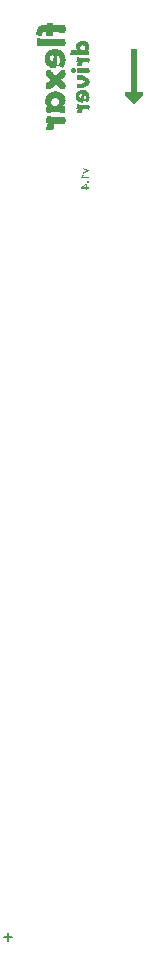
<source format=gbo>
%FSTAX44Y44*%
%MOMM*%
%SFA1B1*%

%IPPOS*%
%ADD12C,0.150000*%
%ADD49C,0.499999*%
%ADD53R,0.488699X0.580599*%
%LNpcb1-1*%
%LPD*%
G36*
X00450752Y00432106D02*
X00443378Y00424733D01*
X00435754Y00432357*
X00435667Y0043557*
X00435706Y0043561*
X00450752*
Y00432106*
G37*
G36*
X00404851Y00369318D02*
Y00368107D01*
X00399749Y00366081*
Y00367464*
X00402353Y00368439*
X00402514Y00368493*
X00402653Y00368536*
X00402718Y00368557*
X00402761Y00368568*
X00402782Y00368578*
X00402793*
X00402847Y00368589*
X00402911Y00368611*
X0040305Y00368664*
X00403125Y00368686*
X00403179Y00368696*
X00403222Y00368718*
X00403232*
X00402353Y00368997*
X00399749Y00369961*
Y00371376*
X00404851Y00369318*
G37*
G36*
X00400649Y00364816D02*
X00400488Y00364484D01*
X00400328Y00364195*
X00400242Y00364055*
X00400156Y00363937*
X00400081Y00363819*
X00400006Y00363723*
X00399942Y00363637*
X00399888Y00363562*
X00399835Y00363508*
X00399802Y00363466*
X00399781Y00363444*
X0039977Y00363433*
X00404851*
Y00362083*
X00397787*
Y00363187*
X00398023Y00363283*
X00398237Y00363412*
X0039843Y00363551*
X00398591Y00363691*
X0039873Y0036383*
X00398827Y00363937*
X00398859Y00363969*
X00398891Y00364002*
X00398902Y00364023*
X00398913Y00364034*
X00399084Y00364259*
X00399213Y00364473*
X00399331Y00364666*
X00399416Y00364838*
X00399491Y00364977*
X00399534Y00365084*
X00399545Y00365127*
X00399556Y00365159*
X00399566Y0036517*
Y00365181*
X00400788*
X00400649Y00364816*
G37*
G36*
X00404851Y00358449D02*
X004035D01*
Y003598*
X00404851*
Y00358449*
G37*
G36*
X00403436Y00354698D02*
X00404851D01*
Y0035339*
X00403436*
Y00352522*
X00402257*
Y0035339*
X00397787*
Y00354526*
X00402268Y00357581*
X00403436*
Y00354698*
G37*
G36*
X00400171Y00478769D02*
X004006Y0047873D01*
X0040099Y00478672*
X0040138Y00478574*
X00401732Y00478477*
X00402063Y0047836*
X00402375Y00478223*
X00402648Y00478106*
X00402902Y0047797*
X00403117Y00477853*
X00403292Y00477736*
X00403448Y00477638*
X00403585Y00477541*
X00403663Y00477482*
X00403721Y00477443*
X00403741Y00477424*
X00404033Y0047715*
X00404287Y00476838*
X00404502Y00476526*
X00404697Y00476214*
X00404853Y00475902*
X00404989Y0047559*
X00405106Y00475278*
X00405184Y00474985*
X00405262Y00474692*
X00405301Y00474439*
X0040534Y00474205*
X00405379Y0047401*
Y00473854*
X00405399Y00473717*
Y0047362*
X00405379Y00473288*
X0040534Y00472956*
X00405282Y00472664*
X00405204Y00472371*
X00405126Y00472098*
X00405028Y00471844*
X00404911Y0047161*
X00404794Y00471415*
X00404697Y0047122*
X0040458Y00471064*
X00404482Y00470908*
X00404385Y00470791*
X00404326Y00470694*
X00404267Y00470635*
X00404229Y00470596*
X00404209Y00470577*
X0040415Y00470498*
X00404112Y0047044*
X00404092Y0047042*
Y00470401*
X00404131Y00470342*
X00404189Y00470323*
X00404229Y00470303*
X00404248*
X00404404*
X00404541*
X00404755Y00470284*
X00404911*
X00405009*
X00405067*
X00405106*
X00405126*
X00405204Y00470225*
X00405262Y00470128*
X00405301Y00470011*
X00405321Y00469894*
X0040534Y00469757*
X0040536Y0046966*
Y00468314*
X0040534Y00468002*
Y00467475*
X00405321Y0046728*
Y00466948*
X00405301Y00466831*
Y00466675*
X00405282Y00466636*
Y00466577*
X00405243Y0046648*
X00405204Y00466421*
X00405165Y00466402*
X00405145*
X00405087*
X00404989Y00466421*
X00404911Y00466441*
X00404872*
X00404482Y0046648*
X00404014Y00466519*
X00403526Y00466558*
X00403Y00466577*
X00402453Y00466617*
X00401907Y00466636*
X00401361Y00466655*
X00400815*
X00400308Y00466675*
X0039982*
X00399371Y00466695*
X00399001*
X00398688*
X00398552*
X00398435*
X00398357*
X00398298*
X00398259*
X0039824*
X00397225*
X00396738*
X0039627Y00466675*
X00395821*
X00395411Y00466655*
X00395021*
X0039467Y00466636*
X00394338*
X00394065*
X00393812Y00466617*
X00393597*
X00393422Y00466598*
X00393305*
X00393227*
X00393207*
X00392505Y00466558*
X003919Y00466538*
X00391607Y00466519*
X00391354Y004665*
X003911Y0046648*
X00390886Y0046646*
X0039069*
X00390515Y00466441*
X00390359Y00466421*
X00390242*
X00390144*
X00390066Y00466402*
X00390027*
X00390008*
X00389793Y00466382*
X00389618*
X00389481Y00466363*
X00389383*
X00389305Y00466344*
X00389267*
X00389247*
X00389267Y00466324*
X00389247*
Y00466344*
X00389169*
X0038911Y00466382*
X00389032Y00466441*
X00388993Y00466519*
Y00466598*
X00389013Y00466655*
X00389032Y00466773*
X00389052Y00466909*
X00389071Y00467046*
X0038911Y00467221*
X0038915Y00467572*
X00389208Y00467943*
X00389228Y00468099*
X00389247Y00468255*
X00389267Y00468372*
Y0046847*
X00389286Y00468528*
Y00468548*
X00389305Y00468996*
X00389345Y00469406*
X00389364Y00469757*
X00389383Y0047003*
X00389403Y00470264*
Y0047042*
X00389423Y00470518*
Y00470557*
X00389442Y00470615*
X00389501Y00470655*
X00389618Y00470713*
X00389715Y00470732*
X00389754*
X00389774*
X00389949*
X00390144*
X00390554*
X00390983Y00470713*
X00391393*
X00391783*
X00391939Y00470694*
X00392095*
X00392212*
X0039229*
X00392349*
X00392368*
X0039268Y00470674*
X00392973*
X00393246*
X003935Y00470655*
X00393734*
X00393948*
X00394143*
X00394299Y00470635*
X00394455*
X00394592*
X00394709*
X00394807*
X00394865*
X00394924*
X00394943*
X00394963*
X0039506*
X00395119Y00470655*
X00395197Y00470694*
X00395236Y00470732*
Y00470752*
X00395216Y00470811*
X00395158Y00470889*
X00395099Y00470947*
X0039508Y00470967*
X00394885Y00471142*
X00394709Y00471357*
X00394573Y00471552*
X00394455Y00471766*
X0039426Y00472215*
X00394124Y00472644*
X00394046Y00473034*
X00394026Y0047319*
X00394007Y00473327*
X00393987Y00473464*
Y0047362*
X00394007Y00474068*
X00394065Y00474478*
X00394143Y00474868*
X0039426Y00475239*
X00394377Y0047557*
X00394514Y00475882*
X0039467Y00476175*
X00394826Y00476429*
X00395002Y00476663*
X00395138Y00476877*
X00395294Y00477033*
X00395411Y00477189*
X00395528Y00477307*
X00395606Y00477384*
X00395665Y00477424*
X00395684Y00477443*
X00395997Y00477677*
X00396309Y00477892*
X0039664Y00478067*
X00396972Y00478223*
X00397323Y0047836*
X00397655Y00478457*
X00397986Y00478555*
X00398298Y00478613*
X00398591Y00478672*
X00398864Y00478711*
X00399098Y0047875*
X00399313Y00478769*
X00399488Y0047879*
X00399605*
X00399703*
X00399722*
X00400171Y00478769*
G37*
G36*
X00395138Y00464802D02*
X00395177D01*
X00395197*
X00395528Y00464724*
X00395879Y00464646*
X00396601Y00464529*
X00397342Y00464432*
X00397694Y00464393*
X00398025Y00464373*
X00398337Y00464354*
X0039863Y00464334*
X00398903*
X00399118Y00464315*
X00399313*
X00399449*
X00399527*
X00399566*
X00399742*
X00399937*
X00400386*
X00400834*
X00401263*
X00401654Y00464334*
X00401829*
X00401985*
X00402102*
X004022*
X00402258*
X00402278*
X00402609*
X00402902*
X00403195*
X00403448*
X00403702*
X00403916*
X00404112*
X00404287*
X00404463*
X00404599*
X00404697*
X00404794*
X00404872*
X00404931*
X0040495*
X0040497*
X00405067Y00464315*
X00405165Y00464276*
X00405262Y00464159*
X00405321Y00464042*
X0040534Y00464002*
Y00463983*
X0040536Y0046371*
X00405379Y00463437*
Y00463144*
X00405399Y00462871*
Y00461525*
X00405379Y00461252*
Y00460842*
X0040536Y00460706*
Y00460608*
X0040534Y00460472*
X00405301Y00460375*
X00405243Y00460316*
X00405204Y00460257*
X00405087Y00460218*
X00405067*
X00405048*
X00404931*
X00404775*
X00404463Y00460238*
X00404326Y00460257*
X00404209*
X00404131Y00460277*
X00404112*
X00403877Y00460296*
X00403682*
X00403507*
X0040337Y00460316*
X00403253*
X00403175*
X00403136*
X00403117*
X00402922*
X00402687*
X00402434*
X004022*
X00401985Y00460335*
X0040181*
X00401693*
X00401673*
X00401654*
X00401302*
X0040101Y00460355*
X00400756*
X00400542*
X00400386*
X00400269*
X0040019*
X00400171*
X00399859Y00460335*
X00399605Y00460296*
X0039941Y00460257*
X00399254Y00460179*
X00399137Y00460121*
X00399059Y00460082*
X0039902Y00460043*
X00399001Y00460023*
X00398903Y00459867*
X00398825Y00459672*
X00398786Y00459477*
X00398747Y00459262*
X00398727Y00459048*
X00398708Y00458892*
Y0045854*
X00398727Y00458345*
Y00458248*
X00398747Y0045817*
Y00458111*
X00398767Y00457838*
Y00457487*
X00398747Y00457331*
X00398688Y00457214*
X0039863Y00457136*
X00398532Y00457078*
X00398454Y00457038*
X00398396Y00457019*
X00398337*
X00398318*
X0039822*
X00398084*
X00397791*
X00397655Y00457038*
X00397537*
X0039746*
X0039744*
X00397245*
X00397069*
X00396913*
X00396796*
X00396699*
X00396621*
X00396582*
X00396562*
X00396445*
X00396309Y00457019*
X00395997Y00457*
X0039586*
X00395743Y0045698*
X00395665*
X00395645*
X00395431Y0045696*
X00395255Y00456941*
X00395099Y00456921*
X00394963Y00456902*
X00394865*
X00394787*
X00394748*
X00394728*
X00394631Y00456921*
X00394553Y00457*
X00394514Y00457097*
X00394475Y00457214*
X00394455Y00457351*
X00394436Y00457448*
Y00457546*
X00394455Y00457916*
X00394533Y00458287*
X00394631Y00458619*
X00394728Y0045895*
X00394846Y00459223*
X00394943Y00459418*
X00394982Y00459496*
X00395021Y00459555*
X00395041Y00459594*
Y00459613*
X00395138Y0045977*
X00395216Y00459925*
X00395353Y0046016*
X0039545Y00460316*
X00395528Y00460433*
X00395567Y00460491*
X00395606Y0046053*
X00395626Y0046055*
X00395587Y00460608*
X00395489Y00460647*
X00395372Y00460686*
X00395236Y00460706*
X00395119Y00460725*
X00395002Y00460745*
X00394924*
X00394904*
X0039467Y00460764*
X00394494Y00460803*
X00394377Y00460842*
X0039428Y00460881*
X00394241Y0046092*
X00394221Y00460959*
X00394202Y00460979*
Y00461037*
X00394221Y00461096*
X00394241Y00461193*
X0039426Y0046131*
X0039428Y00461447*
X00394319Y00461603*
X00394377Y00461954*
X00394436Y00462286*
X00394475Y00462442*
X00394494Y00462578*
X00394514Y00462676*
X00394533Y00462774*
X00394553Y00462832*
Y00462852*
X00394612Y00463261*
X0039467Y00463632*
X00394728Y00463944*
X00394767Y00464198*
X00394787Y00464393*
X00394807Y00464549*
X00394826Y00464627*
Y00464666*
X00394885Y00464763*
X00394943Y00464802*
X00395021Y00464822*
X00395041*
X00395138Y00464802*
G37*
G36*
X00394982Y00455614D02*
X00395041D01*
X0039508*
X0039545Y00455575*
X0039584Y00455536*
X00396679Y00455458*
X00397518Y00455419*
X00397928Y004554*
X00398337*
X00398708Y0045538*
X00399059*
X00399371Y00455361*
X00399644*
X00399859*
X00400035*
X00400132*
X00400171*
X00400503*
X00400873*
X00401263Y0045538*
X00401634*
X00401985*
X00402141Y004554*
X00402278*
X00402375*
X00402453*
X00402512*
X00402531*
X00403078*
X00403546Y00455419*
X00403955*
X00404287*
X00404541*
X00404716*
X00404833*
X00404872*
X0040497*
X00405048*
X00405145Y004554*
X00405184*
X00405204*
X00405262Y00455322*
X00405301Y00455224*
X00405321Y00455146*
X0040534Y00455107*
Y00455029*
X0040536Y00454912*
X00405379Y00454678*
Y00454385*
X00405399Y00454093*
Y00452708*
X00405379Y00452532*
Y0045222*
X0040536Y00452006*
Y0045183*
X0040534Y00451713*
Y00451635*
X00405301Y00451537*
X00405262Y00451479*
X00405165Y00451401*
X00405087Y00451362*
X00405048*
X00404716*
X00404326*
X00403936Y00451381*
X00403546*
X00403175*
X00403019Y00451401*
X00402902*
X00402785*
X00402707*
X00402648*
X00402629*
X00402044Y0045142*
X00401556*
X00401127*
X00400776Y0045144*
X00400522*
X00400327*
X0040021*
X00400171*
X00399625*
X00399118Y0045142*
X0039863*
X00398142Y00451401*
X00397694Y00451381*
X00397284Y00451362*
X00396894Y00451323*
X00396543Y00451303*
X00396211Y00451284*
X00395918Y00451245*
X00395665Y00451225*
X0039547Y00451206*
X00395294Y00451186*
X00395177*
X00395099Y00451167*
X0039508*
X00394963Y00451147*
X00394904*
X00394865*
X00394787Y00451167*
X00394728Y00451186*
X0039465Y00451284*
X00394631Y00451401*
Y00451733*
X0039465Y00452045*
X0039467Y00452181*
Y00452298*
X0039469Y00452376*
Y00452415*
X00394709Y00452649*
X00394728Y00452844*
Y00453001*
X00394748Y00453137*
Y00453527*
X00394728Y00453683*
X00394709Y00453995*
Y00454152*
X0039469Y00454268*
Y00454366*
X0039467Y004546*
X0039465Y00454795*
X00394631Y00454951*
X00394612Y00455088*
Y00455419*
X0039465Y00455497*
X0039469Y00455556*
X00394728Y00455595*
X00394807Y00455634*
X00394826*
X00394846*
X00394904*
X00394982Y00455614*
G37*
G36*
X00392134Y00455536D02*
X00392427Y00455458D01*
X00392661Y00455361*
X00392875Y00455224*
X00393051Y00455107*
X00393168Y0045499*
X00393246Y00454912*
X00393265Y00454893*
X00393422Y0045466*
X00393539Y00454385*
X00393636Y00454132*
X00393695Y00453878*
X00393734Y00453664*
X00393753Y00453488*
Y00453332*
X00393734Y00452942*
X00393675Y0045261*
X00393578Y00452318*
X00393441Y00452064*
X00393305Y0045185*
X00393129Y00451674*
X00392953Y00451518*
X00392778Y00451401*
X00392602Y00451303*
X00392427Y00451245*
X00392251Y00451186*
X00392115Y00451167*
X00391978Y00451147*
X0039188Y00451128*
X00391822*
X00391802*
X0039149Y00451147*
X00391198Y00451225*
X00390964Y00451342*
X00390749Y00451459*
X00390593Y00451596*
X00390456Y00451693*
X00390378Y00451771*
X00390359Y0045181*
X00390183Y00452064*
X00390047Y00452318*
X00389949Y00452591*
X00389871Y00452825*
X00389832Y0045302*
X00389813Y00453196*
Y00453332*
X00389832Y00453664*
X00389891Y00453956*
X00389988Y0045421*
X00390066Y00454444*
X00390164Y0045462*
X00390261Y00454756*
X0039032Y00454834*
X00390339Y00454873*
X00390573Y00455107*
X00390808Y00455283*
X00391042Y004554*
X00391276Y00455478*
X0039149Y00455536*
X00391646Y00455556*
X00391763Y00455575*
X00391783*
X00391802*
X00392134Y00455536*
G37*
G36*
X00398084Y00449665D02*
X00398552Y00449645D01*
X00398942Y00449606*
X00399274Y00449548*
X00399527Y00449489*
X00399703Y0044945*
X0039982Y00449431*
X00399859Y00449411*
X00400015Y00449353*
X0040019Y00449255*
X004006Y0044904*
X00401029Y00448787*
X00401478Y00448514*
X00401888Y00448241*
X00402083Y00448124*
X00402239Y00448026*
X00402356Y00447929*
X00402473Y0044787*
X00402531Y00447831*
X00402551Y00447812*
X00402882Y00447578*
X00403175Y00447363*
X00403448Y00447168*
X00403702Y00446973*
X00403936Y00446797*
X0040415Y00446641*
X00404326Y00446485*
X00404502Y00446368*
X00404638Y00446251*
X00404775Y00446134*
X00404872Y00446056*
X0040495Y00445978*
X00405067Y004459*
X00405106Y00445861*
X00405204Y00445744*
X00405262Y00445627*
X00405301Y00445529*
X00405321Y0044549*
X0040534Y00445412*
Y00445315*
X0040536Y00445061*
X00405379Y00444788*
Y00444495*
X00405399Y00444242*
Y00443539*
X00405379Y00443305*
X0040536Y00443091*
X0040534Y00442915*
X00405321Y0044274*
X00405282Y00442603*
X00405262Y00442486*
X00405223Y00442369*
X00405165Y00442214*
X00405106Y00442116*
X00405067Y00442076*
X00405048Y00442057*
X00404677Y00441745*
X00404267Y00441413*
X00403838Y00441082*
X00403429Y00440769*
X00403058Y00440516*
X00402902Y00440399*
X00402765Y00440301*
X00402648Y00440223*
X0040257Y00440165*
X00402512Y00440126*
X00402492Y00440106*
X00402141Y00439872*
X00401829Y00439677*
X00401537Y00439482*
X00401263Y00439326*
X0040101Y0043917*
X00400795Y00439053*
X004006Y00438936*
X00400425Y00438858*
X00400269Y0043878*
X00400132Y00438721*
X00400015Y00438663*
X00399937Y00438624*
X00399859Y00438604*
X0039982Y00438585*
X00399781Y00438565*
X00399703Y00438546*
X00399566Y00438526*
X0039943Y00438507*
X00399274Y00438487*
X00398884Y00438468*
X00398493*
X00398103Y00438448*
X00397947*
X00397791*
X00397655*
X00397557*
X00397499*
X00397479*
X00397129*
X00396816*
X00396523Y00438468*
X0039625*
X00396016Y00438487*
X00395801Y00438507*
X00395606Y00438526*
X0039545*
X00395314Y00438546*
X00395197Y00438565*
X00395099Y00438585*
X00395021Y00438604*
X00394924Y00438624*
X00394885*
X00394787Y00438663*
X00394709Y00438721*
X0039467Y0043878*
X00394631Y00438858*
X00394592Y00438975*
Y00439248*
X00394612Y00439521*
Y00439638*
X00394631Y00439736*
Y00439833*
X0039465Y00440028*
Y0044034*
X0039467Y00440438*
Y00441628*
X0039465Y00441803*
Y00442252*
X0039467Y0044233*
X00394709Y00442389*
X00394826Y00442468*
X00394943Y00442506*
X00394982*
X00395002*
X00395138*
X00395294Y00442486*
X00395606Y00442468*
X00395743Y00442447*
X0039586*
X00395938Y00442428*
X00395977*
X00396211Y00442408*
X00396406Y00442389*
X00396582Y00442369*
X00396718Y0044235*
X00396835*
X00396913*
X00396952*
X00396972*
X00397383*
X00397752Y00442369*
X00398084Y00442389*
X00398357*
X00398591Y00442408*
X00398767Y00442428*
X00398864Y00442447*
X00398903*
X00399059Y00442486*
X00399274Y00442564*
X00399508Y00442681*
X00399742Y00442798*
X00399956Y00442896*
X00400132Y00442993*
X00400249Y00443071*
X00400269Y00443091*
X00400288*
X00400483Y00443208*
X00400659Y00443305*
X00400795Y00443403*
X00400932Y00443481*
X00401029Y00443559*
X00401127Y00443637*
X00401263Y00443774*
X00401342Y00443871*
X0040138Y0044393*
X004014Y00443969*
Y00443988*
X0040138Y00444047*
X00401342Y00444105*
X00401302Y00444183*
X00401224Y00444261*
X00401049Y00444417*
X00400834Y00444573*
X0040062Y0044471*
X00400444Y00444827*
X00400366Y00444866*
X00400308Y00444905*
X00400288Y00444924*
X00400269*
X00399917Y0044512*
X00399605Y00445276*
X00399352Y00445393*
X00399157Y0044549*
X00399001Y00445529*
X00398903Y00445568*
X00398844Y00445588*
X00398825*
X00398532Y00445607*
X0039822*
X00397908*
X00397596Y00445627*
X00397323*
X00397108*
X0039703*
X00396972*
X00396933*
X00396913*
X00396777*
X00396621*
X00396309Y00445607*
X00396172*
X00396055*
X00395977*
X00395958*
X00395723Y00445588*
X00395528*
X00395372Y00445568*
X00395236*
X00395138*
X0039506*
X00395021*
X00395002*
X00394885Y00445588*
X00394807Y00445607*
X00394728Y00445646*
X0039469Y00445685*
X0039465Y00445783*
Y00446622*
X00394631Y00446895*
Y00447538*
X00394612Y00447948*
Y00448299*
X00394592Y00448592*
Y00449275*
X00394612Y00449411*
X00394631Y00449509*
X0039469Y00449567*
X00394728Y00449606*
X00394846Y00449665*
X00394865*
X00394885*
X0039508*
X00395275*
X00395509*
X00395723*
X00395918Y00449684*
X00396075*
X00396192*
X00396211*
X00396231*
X00396543*
X00396796*
X0039703*
X00397206*
X00397362*
X0039746*
X00397518*
X00397537*
X00398084Y00449665*
G37*
G36*
X00400074Y00437161D02*
X00400522Y00437102D01*
X00400971Y00437024*
X0040138Y00436907*
X00401751Y0043679*
X00402102Y00436634*
X00402434Y00436497*
X00402707Y00436322*
X0040298Y00436166*
X00403214Y0043601*
X00403409Y00435873*
X00403565Y00435756*
X00403682Y00435639*
X0040378Y00435561*
X00403838Y00435503*
X00403858Y00435483*
X00404131Y00435171*
X00404365Y00434839*
X0040458Y00434488*
X00404755Y00434117*
X00404892Y00433766*
X00405028Y00433415*
X00405126Y00433064*
X00405204Y00432713*
X00405262Y00432401*
X00405321Y00432108*
X0040536Y00431855*
X00405379Y00431621*
Y00431426*
X00405399Y00431289*
Y00431172*
X00405379Y00430645*
X0040534Y00430158*
X00405262Y00429689*
X00405165Y0042928*
X00405048Y0042889*
X00404931Y00428539*
X00404794Y00428226*
X00404658Y00427953*
X00404521Y004277*
X00404385Y00427485*
X00404267Y00427309*
X0040415Y00427153*
X00404053Y00427036*
X00403975Y00426958*
X00403936Y00426919*
X00403916Y004269*
X00403819Y00426783*
X00403721Y00426724*
X00403682Y00426705*
X00403663*
X00403526Y00426724*
X00403352Y00426783*
X00403136Y0042688*
X00402902Y00426978*
X00402687Y00427095*
X00402512Y00427173*
X00402395Y00427251*
X00402375Y0042727*
X00402356*
X00402161Y00427368*
X00402005Y00427466*
X00401849Y00427563*
X00401732Y00427641*
X00401537Y00427778*
X0040138Y00427875*
X00401283Y00427973*
X00401244Y00428031*
X00401205Y00428051*
Y0042807*
X004014Y00428382*
X00401575Y00428656*
X00401654Y00428772*
X00401712Y00428851*
X00401732Y00428909*
X00401751Y00428929*
X00401927Y00429299*
X00402063Y0042967*
X00402161Y00430022*
X00402219Y00430314*
X00402258Y00430587*
X00402297Y00430782*
Y00430957*
X00402278Y0043125*
X00402239Y00431543*
X004022Y00431777*
X00402122Y00432011*
X00402063Y00432186*
X00402024Y00432323*
X00401985Y00432401*
X00401966Y0043244*
X0040181Y00432713*
X00401634Y00432928*
X00401459Y00433084*
X00401263Y00433201*
X00401107Y00433298*
X00400971Y00433337*
X00400893Y00433376*
X00400854*
X00400815Y00432889*
X00400776Y0043244*
X00400737Y0043203*
X00400717Y0043164*
X00400678Y00431289*
X00400639Y00430957*
X0040062Y00430665*
X004006Y00430411*
X00400581Y00430177*
X00400561Y00429982*
X00400542Y00429806*
X00400522Y0042967*
Y00429553*
X00400503Y00429475*
Y00429416*
X00400464Y00429026*
X00400425Y00428694*
X00400405Y00428382*
X00400366Y00428129*
X00400347Y00427914*
X00400327Y00427719*
Y00427563*
X00400308Y00427426*
X00400288Y00427329*
Y00427192*
X00400269Y00427153*
Y00427095*
X00400229Y00426958*
X00400171Y00426841*
X00399995Y00426666*
X00399781Y00426529*
X00399547Y00426451*
X00399332Y00426393*
X00399137Y00426373*
X00399059Y00426354*
X00399001*
X00398981*
X00398962*
X00398552Y00426373*
X00398181Y00426412*
X00397811Y0042649*
X0039746Y00426588*
X00397129Y00426705*
X00396816Y00426841*
X00396523Y00426978*
X0039625Y00427114*
X00396016Y00427251*
X00395821Y00427387*
X00395626Y00427524*
X0039547Y00427641*
X00395353Y00427739*
X00395275Y00427817*
X00395216Y00427856*
X00395197Y00427875*
X00394924Y00428168*
X0039467Y0042846*
X00394455Y00428772*
X0039428Y00429085*
X00394124Y00429397*
X00394007Y00429689*
X0039389Y00429982*
X00393812Y00430276*
X00393753Y00430528*
X00393695Y00430782*
X00393656Y00430996*
X00393636Y00431172*
Y00431328*
X00393617Y00431445*
Y00431543*
X00393636Y00432011*
X00393695Y00432459*
X00393773Y00432889*
X0039389Y00433279*
X00394007Y00433649*
X00394163Y00433981*
X00394319Y00434293*
X00394475Y00434566*
X00394631Y0043482*
X00394787Y00435054*
X00394943Y00435229*
X0039506Y00435386*
X00395177Y00435522*
X00395255Y004356*
X00395314Y00435659*
X00395333Y00435678*
X00395645Y00435951*
X00395997Y00436166*
X00396348Y0043638*
X00396699Y00436536*
X0039705Y00436692*
X00397401Y00436809*
X00397752Y00436907*
X00398084Y00436985*
X00398396Y00437063*
X00398669Y00437102*
X00398942Y00437141*
X00399157Y00437161*
X00399332*
X00399469Y0043718*
X00399547*
X00399586*
X00400074Y00437161*
G37*
G36*
X00395138Y00425008D02*
X00395177D01*
X00395197*
X00395528Y0042493*
X00395879Y00424852*
X00396601Y00424734*
X00397342Y00424637*
X00397694Y00424598*
X00398025Y00424579*
X00398337Y00424559*
X0039863Y00424539*
X00398903*
X00399118Y0042452*
X00399313*
X00399449*
X00399527*
X00399566*
X00399742*
X00399937*
X00400386*
X00400834*
X00401263*
X00401654Y00424539*
X00401829*
X00401985*
X00402102*
X004022*
X00402258*
X00402278*
X00402609*
X00402902*
X00403195*
X00403448*
X00403702*
X00403916*
X00404112*
X00404287*
X00404463*
X00404599*
X00404697*
X00404794*
X00404872*
X00404931*
X0040495*
X0040497*
X00405067Y0042452*
X00405165Y00424481*
X00405262Y00424364*
X00405321Y00424247*
X0040534Y00424208*
Y00424188*
X0040536Y00423915*
X00405379Y00423642*
Y00423349*
X00405399Y00423076*
Y0042173*
X00405379Y00421457*
Y00421048*
X0040536Y00420911*
Y00420814*
X0040534Y00420677*
X00405301Y00420579*
X00405243Y00420521*
X00405204Y00420462*
X00405087Y00420423*
X00405067*
X00405048*
X00404931*
X00404775*
X00404463Y00420443*
X00404326Y00420462*
X00404209*
X00404131Y00420482*
X00404112*
X00403877Y00420502*
X00403682*
X00403507*
X0040337Y00420521*
X00403253*
X00403175*
X00403136*
X00403117*
X00402922*
X00402687*
X00402434*
X004022*
X00401985Y0042054*
X0040181*
X00401693*
X00401673*
X00401654*
X00401302*
X0040101Y0042056*
X00400756*
X00400542*
X00400386*
X00400269*
X0040019*
X00400171*
X00399859Y0042054*
X00399605Y00420502*
X0039941Y00420462*
X00399254Y00420384*
X00399137Y00420326*
X00399059Y00420287*
X0039902Y00420248*
X00399001Y00420228*
X00398903Y00420072*
X00398825Y00419877*
X00398786Y00419682*
X00398747Y00419468*
X00398727Y00419253*
X00398708Y00419097*
Y00418746*
X00398727Y00418551*
Y00418453*
X00398747Y00418375*
Y00418317*
X00398767Y00418044*
Y00417692*
X00398747Y00417536*
X00398688Y00417419*
X0039863Y00417341*
X00398532Y00417283*
X00398454Y00417244*
X00398396Y00417224*
X00398337*
X00398318*
X0039822*
X00398084*
X00397791*
X00397655Y00417244*
X00397537*
X0039746*
X0039744*
X00397245*
X00397069*
X00396913*
X00396796*
X00396699*
X00396621*
X00396582*
X00396562*
X00396445*
X00396309Y00417224*
X00395997Y00417205*
X0039586*
X00395743Y00417185*
X00395665*
X00395645*
X00395431Y00417166*
X00395255Y00417146*
X00395099Y00417127*
X00394963Y00417107*
X00394865*
X00394787*
X00394748*
X00394728*
X00394631Y00417127*
X00394553Y00417205*
X00394514Y00417302*
X00394475Y00417419*
X00394455Y00417556*
X00394436Y00417653*
Y00417751*
X00394455Y00418122*
X00394533Y00418492*
X00394631Y00418824*
X00394728Y00419155*
X00394846Y00419429*
X00394943Y00419624*
X00394982Y00419702*
X00395021Y0041976*
X00395041Y00419799*
Y00419819*
X00395138Y00419975*
X00395216Y00420131*
X00395353Y00420365*
X0039545Y00420521*
X00395528Y00420638*
X00395567Y00420697*
X00395606Y00420736*
X00395626Y00420755*
X00395587Y00420814*
X00395489Y00420853*
X00395372Y00420892*
X00395236Y00420911*
X00395119Y00420931*
X00395002Y0042095*
X00394924*
X00394904*
X0039467Y0042097*
X00394494Y00421009*
X00394377Y00421048*
X0039428Y00421087*
X00394241Y00421126*
X00394221Y00421165*
X00394202Y00421184*
Y00421243*
X00394221Y00421301*
X00394241Y00421399*
X0039426Y00421516*
X0039428Y00421652*
X00394319Y00421809*
X00394377Y0042216*
X00394436Y00422491*
X00394475Y00422647*
X00394494Y00422784*
X00394514Y00422881*
X00394533Y00422979*
X00394553Y00423037*
Y00423057*
X00394612Y00423467*
X0039467Y00423837*
X00394728Y00424149*
X00394767Y00424403*
X00394787Y00424598*
X00394807Y00424754*
X00394826Y00424832*
Y00424871*
X00394885Y00424969*
X00394943Y00425008*
X00395021Y00425027*
X00395041*
X00395138Y00425008*
G37*
G36*
X00371812Y00494D02*
X00372222D01*
X00372574Y0049397*
X00372896*
X0037316Y00493941*
X00373423*
X00373657*
X00373833Y00493912*
X00373979*
X00374126Y00493883*
X00374214*
X00374243*
X00374272*
X0037436Y00493853*
X00374419Y00493795*
X00374477Y00493619*
X00374507Y00493443*
Y00493004*
X00374477Y00492828*
Y00492623*
X00374507Y00492389*
X00374565Y00492242*
X00374624Y00492125*
X00374712Y00492037*
X00374829Y00491979*
X00374887Y0049195*
X00374946*
X00374975*
X00384318*
X00384493Y0049192*
X00384669Y00491862*
X00384786Y00491774*
X00384874Y00491657*
X00384962Y00491481*
X00384991Y00491422*
Y00491276*
X0038502Y0049113*
X0038505Y00490749*
Y00490339*
X00385079Y00489929*
Y00487205*
X0038505Y00486971*
Y00486297*
X0038502Y00486092*
Y00485975*
X00384991Y00485829*
X00384962Y00485712*
X00384874Y00485653*
X00384815Y00485595*
X00384698Y00485536*
X0038464*
X00384142*
X00383615*
X00383058Y00485565*
X00382502*
X00382033Y00485595*
X00381799*
X00381623*
X00381477Y00485624*
X0038136*
X00381301*
X00381272*
X00380833Y00485653*
X00380452Y00485682*
X00380071*
X00379749Y00485712*
X00379427Y00485741*
X00379163*
X00378695Y0048577*
X00378343*
X00378109Y004858*
X00377962*
X00377904*
X00377113Y00485829*
X0037641*
X00375795Y00485858*
X00375297Y00485887*
X00374887*
X00374594Y00485917*
X00374419*
X0037436*
X00374389Y00485477*
X00374419Y00485009*
X00374448Y0048454*
Y00484072*
X00374477Y00483662*
Y00483017*
X00374448Y00482871*
X00374419Y00482754*
X0037436Y00482695*
X00374272Y00482637*
X00374126Y00482578*
X00374097*
X00374067*
X00373774*
X00373423*
X00373042*
X00372632*
X00372252*
X00371959*
X00371842*
X00371754*
X00371695*
X00371666*
X00371109Y00482607*
X00370641*
X00370231*
X00369879Y00482637*
X00369616*
X0036944*
X00369323*
X00369294*
X00369177Y00482666*
X0036906Y00482724*
X00368972Y00482871*
X00368913Y00483047*
Y00484042*
X00368942Y00484277*
Y0048498*
X00368972Y00485272*
Y00486092*
X00368591Y00486151*
X00368269Y0048618*
X00368122Y0048621*
X00368005*
X00367947*
X00367917*
X00367302Y0048618*
X00366804Y00486122*
X00366395Y00486034*
X00366072Y00485917*
X00365838Y004858*
X00365662Y00485712*
X00365574Y00485653*
X00365545Y00485624*
X00365428Y00485448*
X00365311Y00485214*
X00365223Y0048495*
X00365164Y00484657*
X00365106Y00484365*
X00365077Y0048413*
X00365047Y00483984*
Y00483925*
X00364989Y00483515*
X00364901Y00483222*
X00364813Y00483017*
X00364725Y00482871*
X00364637Y00482783*
X00364579Y00482754*
X00364549Y00482724*
X0036452*
X00364227Y00482754*
X00363876Y00482783*
X00363759Y00482812*
X00363642Y00482842*
X00363554Y00482871*
X00363524*
X00363261Y00482929*
X00363056Y00482988*
X00362909Y00483017*
X00362792Y00483047*
X00362704Y00483076*
X00362646*
X00362616*
X0036206Y00483164*
X00361562Y00483252*
X00361182Y00483339*
X00360859Y00483398*
X00360625Y00483427*
X00360449Y00483457*
X00360361Y00483486*
X00360332*
X00360215Y00483574*
X00360156Y0048372*
X00360127Y00483837*
Y00483896*
X00360156Y00484804*
X00360244Y00485653*
X00360361Y00486444*
X00360537Y00487147*
X00360742Y0048782*
X00360947Y00488406*
X00361211Y00488933*
X00361445Y00489402*
X00361679Y00489841*
X00361914Y00490192*
X00362148Y00490485*
X00362353Y0049072*
X00362529Y00490925*
X00362646Y00491042*
X00362734Y0049113*
X00362763Y00491159*
X00363026Y00491364*
X00363319Y0049154*
X00363993Y00491832*
X00364696Y00492008*
X00365399Y00492155*
X00366014Y00492242*
X00366306Y00492272*
X00366541*
X00366746Y00492301*
X00366892*
X0036698*
X00367009*
X00367332*
X00367654Y00492272*
X00368005*
X00368357Y00492242*
X00368649*
X00368884Y00492213*
X0036906*
X00369089*
X00369118*
X00369147Y00492653*
X00369177Y00493033*
Y0049318*
X00369206Y00493297*
Y00493385*
X00369265Y0049359*
X00369382Y00493765*
X00369499Y00493883*
X00369616Y00493941*
X00369762Y00494*
X0036985Y0049403*
X00369938*
X00369967*
X00370465*
X00370963*
X00371402*
X00371812Y00494*
G37*
G36*
X00361738Y00480762D02*
X00361796Y00480733D01*
X00361826*
X0036288Y00480616*
X00363993Y00480528*
X00365047Y00480441*
X00365574Y00480411*
X00366072Y00480382*
X00366541*
X00366951Y00480352*
X00367332*
X00367654Y00480323*
X00367917*
X00368093*
X00368239*
X00368269*
X00374741Y00480352*
X00375034*
X00375356*
X00376088*
X0037682*
X00377552*
X00377904Y00480382*
X00378226*
X00378519*
X00378753*
X00378958*
X00379105*
X00379222*
X00379251*
X00379808*
X00380305*
X00380803*
X00381243*
X00381653*
X00382004*
X00382355*
X00382648*
X00382912*
X00383146*
X00383351*
X00383497*
X00383615*
X00383732*
X00383761*
X0038379*
X00384493*
X0038461Y00480352*
X00384728Y00480323*
X00384874Y00480177*
X00384933Y0048006*
X00384962Y00480001*
X00384991Y00479884*
Y00479737*
X0038502Y00479357*
X0038505Y00478917*
Y00478478*
X00385079Y00478068*
Y00476692*
X0038505Y00476135*
Y00475637*
X0038502Y00475256*
X00384991Y00474993*
Y00474788*
X00384962Y00474671*
Y00474641*
X00384903Y00474495*
X00384845Y00474407*
X00384698Y0047429*
X00384581Y00474231*
X00384523*
X00384318*
X00384113*
X00383673*
X00383468Y00474261*
X00383322*
X00383205*
X00383175*
X00382853Y0047429*
X0038259Y00474319*
X00382355*
X0038218Y00474349*
X00382033*
X00381945*
X00381887*
X00381857*
X0038136*
X00380833*
X00380276*
X0037972Y00474378*
X00378519*
X00377377*
X0037685*
X00376352*
X00375883*
X00375502*
X0037518*
X00374946*
X00374799*
X00374741*
X00373687*
X00372574Y00474349*
X00370348Y0047429*
X00369265Y00474261*
X00368181Y00474231*
X00367157Y00474173*
X00366189Y00474144*
X00365282Y00474085*
X00364432Y00474056*
X003637Y00474026*
X00363349Y00473997*
X00363056Y00473968*
X00362792*
X00362529Y00473939*
X00362324*
X00362148*
X00362001Y00473909*
X00361914*
X00361855*
X00361826*
X00361562*
X00361445*
X00361328Y00473968*
X0036124Y00474085*
X00361182Y00474231*
Y00480352*
X00361211Y00480499*
X0036124Y00480616*
X00361299Y00480675*
X00361357Y00480733*
X00361504Y00480792*
X00361533*
X00361562*
X0036165*
X00361738Y00480762*
G37*
G36*
X00377084Y00471742D02*
X00377757Y00471654D01*
X00378431Y00471537*
X00379046Y00471361*
X00379603Y00471186*
X0038013Y00470951*
X00380628Y00470746*
X00381038Y00470483*
X00381448Y00470249*
X00381799Y00470014*
X00382092Y00469809*
X00382326Y00469634*
X00382502Y00469458*
X00382648Y00469341*
X00382736Y00469253*
X00382765Y00469224*
X00383175Y00468755*
X00383527Y00468257*
X00383849Y0046773*
X00384113Y00467174*
X00384318Y00466646*
X00384523Y00466119*
X00384669Y00465592*
X00384786Y00465065*
X00384874Y00464596*
X00384962Y00464157*
X0038502Y00463776*
X0038505Y00463425*
Y00463132*
X00385079Y00462927*
Y00462751*
X0038505Y00461961*
X00384991Y00461229*
X00384874Y00460526*
X00384728Y00459911*
X00384552Y00459325*
X00384376Y00458798*
X00384171Y00458329*
X00383966Y00457919*
X00383761Y00457538*
X00383556Y00457216*
X0038338Y00456953*
X00383205Y00456718*
X00383058Y00456543*
X00382941Y00456426*
X00382882Y00456367*
X00382853Y00456338*
X00382707Y00456162*
X0038256Y00456074*
X00382502Y00456045*
X00382472*
X00382267Y00456074*
X00382004Y00456162*
X00381682Y00456308*
X0038133Y00456455*
X00381008Y00456631*
X00380746Y00456748*
X00380569Y00456865*
X0038054Y00456894*
X0038051*
X00380218Y00457041*
X00379984Y00457187*
X00379749Y00457333*
X00379573Y00457451*
X0037928Y00457656*
X00379046Y00457802*
X003789Y00457948*
X00378841Y00458036*
X00378782Y00458065*
Y00458095*
X00379075Y00458563*
X00379339Y00458973*
X00379456Y00459149*
X00379544Y00459266*
X00379573Y00459354*
X00379603Y00459383*
X00379866Y0045994*
X00380071Y00460496*
X00380218Y00461024*
X00380305Y00461463*
X00380365Y00461873*
X00380423Y00462166*
Y00462429*
X00380393Y00462868*
X00380335Y00463308*
X00380276Y00463659*
X00380159Y00464011*
X00380071Y00464274*
X00380013Y00464479*
X00379954Y00464596*
X00379925Y00464655*
X0037969Y00465065*
X00379427Y00465387*
X00379163Y00465621*
X0037887Y00465797*
X00378636Y00465944*
X00378431Y00466002*
X00378314Y00466061*
X00378255*
X00378197Y00465329*
X00378138Y00464655*
X0037808Y0046404*
X0037805Y00463454*
X00377992Y00462927*
X00377933Y00462429*
X00377904Y0046199*
X00377875Y00461609*
X00377845Y00461258*
X00377816Y00460965*
X00377787Y00460701*
X00377757Y00460496*
Y00460321*
X00377728Y00460203*
Y00460116*
X0037767Y0045953*
X00377611Y00459032*
X00377582Y00458563*
X00377523Y00458183*
X00377494Y00457861*
X00377465Y00457568*
Y00457333*
X00377435Y00457128*
X00377406Y00456982*
Y00456777*
X00377377Y00456718*
Y00456631*
X00377318Y00456426*
X0037723Y0045625*
X00376967Y00455986*
X00376645Y00455781*
X00376293Y00455664*
X00375971Y00455576*
X00375678Y00455547*
X00375561Y00455518*
X00375473*
X00375444*
X00375415*
X00374799Y00455547*
X00374243Y00455605*
X00373687Y00455723*
X0037316Y00455869*
X00372662Y00456045*
X00372193Y0045625*
X00371754Y00456455*
X00371344Y0045666*
X00370992Y00456865*
X00370699Y0045707*
X00370407Y00457275*
X00370172Y00457451*
X00369997Y00457597*
X00369879Y00457714*
X00369792Y00457773*
X00369762Y00457802*
X00369352Y00458241*
X00368972Y00458681*
X00368649Y00459149*
X00368386Y00459618*
X00368152Y00460086*
X00367976Y00460526*
X003678Y00460965*
X00367683Y00461404*
X00367595Y00461785*
X00367507Y00462166*
X00367449Y00462488*
X00367419Y00462751*
Y00462986*
X0036739Y00463161*
Y00463308*
X00367419Y00464011*
X00367507Y00464684*
X00367624Y00465329*
X003678Y00465914*
X00367976Y00466471*
X0036821Y00466969*
X00368444Y00467437*
X00368679Y00467847*
X00368913Y00468228*
X00369147Y00468579*
X00369382Y00468843*
X00369557Y00469077*
X00369733Y00469282*
X0036985Y00469399*
X00369938Y00469487*
X00369967Y00469517*
X00370436Y00469926*
X00370963Y00470249*
X0037149Y00470571*
X00372017Y00470805*
X00372545Y00471039*
X00373072Y00471215*
X00373599Y00471361*
X00374097Y00471479*
X00374565Y00471596*
X00374975Y00471654*
X00375385Y00471713*
X00375707Y00471742*
X00375971*
X00376176Y00471771*
X00376293*
X00376352*
X00377084Y00471742*
G37*
G36*
X00384581Y00453526D02*
X00384698Y00453438D01*
X00384757Y00453321*
X00384845Y00453146*
X00384874Y00452941*
X00384933Y00452706*
X00384991Y00452208*
X0038505Y0045174*
Y00451505*
X00385079Y004513*
Y00450451*
X0038505Y0045007*
Y00449748*
X0038502Y00449485*
X00384991Y00449309*
Y00449163*
X00384962Y00449075*
Y00449045*
X00384874Y00448753*
X00384728Y00448548*
X0038461Y0044843*
X00384552Y00448401*
X00384025Y00447991*
X00383556Y0044761*
X00383146Y00447288*
X00382765Y00446995*
X00382443Y00446732*
X0038215Y00446497*
X00381916Y00446322*
X00381711Y00446146*
X00381535Y00446*
X00381418Y00445912*
X00381213Y00445736*
X00381125Y00445677*
X00381096Y00445648*
X00381916Y00445063*
X00382619Y00444535*
X00383234Y00444125*
X00383732Y00443774*
X00384113Y00443481*
X00384405Y00443276*
X00384581Y00443159*
X0038461Y0044313*
X0038464*
X00384786Y00442837*
X00384903Y00442632*
X00384962Y00442515*
Y00442485*
X00384991Y00442163*
X0038502Y00441841*
X0038505Y0044149*
Y00441167*
X00385079Y00440904*
Y00440084*
X0038505Y00439703*
Y00439322*
X0038502Y00439029*
X00384991Y00438766*
Y00438561*
X00384962Y00438444*
Y00438385*
X00384903Y0043818*
X00384874Y00438063*
X00384815Y00437975*
Y00437946*
X00384728Y00437858*
X0038461Y00437829*
X00384523Y00437799*
X00384493*
X00381506*
X00381389*
X00381301Y00437858*
X00381096Y00437946*
X0038095Y00438063*
X0038092Y00438092*
X00380891Y00438122*
X00380393Y0043859*
X00379925Y00439*
X00379515Y0043941*
X00379105Y00439791*
X00378753Y00440113*
X00378402Y00440436*
X00378109Y00440728*
X00377845Y00440962*
X00377582Y00441198*
X00377377Y00441402*
X00377201Y00441548*
X00377084Y00441695*
X00376967Y00441782*
X00376879Y0044187*
X0037685Y004419*
X0037682Y00441929*
X00376322Y0044146*
X00375883Y0044105*
X00375473Y0044064*
X00375063Y0044026*
X00374712Y00439937*
X00374389Y00439615*
X00374097Y00439322*
X00373833Y00439088*
X00373599Y00438854*
X00373394Y00438649*
X00373218Y00438502*
X00373072Y00438356*
X00372984Y00438268*
X00372896Y0043818*
X00372837Y00438122*
X0037275Y00438004*
X00372662Y00437946*
X00372457Y00437829*
X0037234Y00437799*
X00372281*
X00369294*
X00369147Y00437829*
X0036903Y00437887*
X00368972Y00438004*
X00368913Y00438092*
X00368854Y00438327*
Y00439029*
X00368884Y0043941*
Y00440055*
X00368913Y00440318*
Y00440552*
X00368942Y0044105*
Y00441841*
X00368972Y00442134*
Y00442778*
X0036903Y00442895*
X00369118Y004431*
X00369235Y00443217*
X00369265Y00443276*
X00369294*
X00369821Y00443627*
X00370348Y00444038*
X00370875Y00444448*
X00371373Y00444828*
X00371812Y0044518*
X00371988Y00445326*
X00372135Y00445443*
X00372281Y0044556*
X00372369Y00445648*
X00372427Y00445677*
X00372457Y00445707*
X00371783Y00446292*
X00371168Y0044682*
X00370612Y00447259*
X00370172Y0044761*
X00369792Y00447903*
X00369528Y00448108*
X00369352Y00448255*
X00369294Y00448284*
X00369177Y00448401*
X00369089Y00448518*
X00368972Y00448723*
X00368942Y0044887*
Y00449865*
X00368913Y00450188*
Y00450949*
X00368884Y00451418*
Y00451828*
X00368854Y00452179*
Y0045297*
X00368884Y00453175*
X00368913Y00453321*
X00369001Y00453409*
X0036906Y00453468*
X00369235Y00453556*
X00369265*
X00369294*
X00372281*
X00372369Y00453526*
X00372457Y00453468*
X00372603Y0045338*
X0037275Y00453263*
X00373101Y0045297*
X00373482Y00452618*
X00373833Y00452267*
X00374155Y00451974*
X00374272Y00451857*
X0037436Y00451769*
X00374419Y0045171*
X00374448Y00451681*
X00375268Y00450803*
X00375649Y00450422*
X00376Y00450041*
X00376293Y00449748*
X00376498Y00449514*
X00376645Y00449368*
X00376703Y00449309*
X00377201Y00449778*
X0037767Y00450246*
X00378109Y00450656*
X00378519Y00451037*
X003789Y00451388*
X00379222Y0045171*
X00379544Y00451974*
X00379808Y00452238*
X00380042Y00452472*
X00380247Y00452677*
X00380423Y00452823*
X00380569Y0045297*
X00380686Y00453058*
X00380774Y00453146*
X00380803Y00453175*
X00380833Y00453204*
X00380979Y00453321*
X00381096Y0045338*
X00381301Y00453497*
X00381418Y00453526*
X00381477*
X00381682*
X00381945*
X00382443*
X00382648Y00453556*
X00382824*
X00382941*
X00383*
X00383351*
X00383644*
X00383908*
X00384113*
X00384288*
X00384405*
X00384464*
X00384493*
X00384581Y00453526*
G37*
G36*
X00377289Y00435808D02*
X00377904Y0043575D01*
X0037846Y00435662*
X00379017Y00435515*
X00379515Y00435369*
X00380013Y00435193*
X00380452Y00434988*
X00380833Y00434812*
X00381213Y00434607*
X00381535Y00434432*
X00381799Y00434256*
X00382033Y00434109*
X00382238Y00433963*
X00382355Y00433875*
X00382443Y00433817*
X00382472Y00433787*
X00382941Y00433377*
X00383322Y00432938*
X00383673Y00432469*
X00383966Y0043203*
X0038423Y00431561*
X00384435Y00431122*
X0038461Y00430683*
X00384757Y00430244*
X00384874Y00429863*
X00384933Y00429482*
X00384991Y0042916*
X0038505Y00428897*
Y00428662*
X00385079Y00428487*
Y0042834*
X0038505Y0042793*
X00384991Y00427549*
X00384903Y00427169*
X00384786Y00426788*
X00384464Y00426085*
X00384113Y00425499*
X00383937Y00425236*
X0038379Y00424972*
X00383615Y00424767*
X00383468Y00424591*
X00383351Y00424445*
X00383263Y00424357*
X00383205Y00424299*
X00383175Y00424269*
X00383058Y00424123*
X0038297Y00424006*
X00382912Y00423947*
Y00423918*
X00382941Y00423859*
X00383058Y0042383*
X00383205Y00423771*
X0038338Y00423742*
X00383585Y00423713*
X00383732*
X00383849Y00423684*
X00383878*
X003842Y00423625*
X00384435Y00423566*
X0038461Y00423478*
X00384728Y00423391*
X00384786Y00423303*
X00384815Y00423244*
X00384845Y00423215*
Y00422219*
X00384815Y00421311*
X00384786Y00420491*
Y0042014*
X00384757Y00419789*
Y00419232*
X00384728Y00418968*
Y00418793*
X00384698Y00418617*
Y00418412*
X00384669Y00418207*
X00384581Y00418061*
X00384464Y00417973*
X00384318Y00417885*
X003842Y00417856*
X00384083Y00417826*
X00383995*
X00383966*
X00383703*
X00383439*
X00382824Y00417856*
X0038218Y00417885*
X00381565Y00417914*
X00381008Y00417943*
X00380746Y00417973*
X0038054*
X00380365*
X00380247Y00418002*
X00380159*
X0038013*
X00379661Y00418031*
X00379222Y00418061*
X00378812*
X00378431Y0041809*
X0037808*
X00377757Y00418119*
X00377465*
X00377201*
X00376996Y00418148*
X00376791*
X00376615*
X00376469*
X00376381*
X00376293*
X00376235*
X00374975Y00418119*
X00373774Y00418061*
X00373218Y00418002*
X00372691Y00417973*
X00372164Y00417914*
X00371725Y00417856*
X00371285Y00417797*
X00370904Y00417738*
X00370582Y00417709*
X00370289Y00417651*
X00370055Y00417621*
X00369909Y00417592*
X00369792Y00417563*
X00369762*
X00369587Y00417533*
X00369469*
X00369411*
X00369294Y00417563*
X00369206Y00417651*
X00369147Y00417738*
X00369118Y00417768*
X0036903Y0041809*
X00368942Y00418441*
X00368854Y00418851*
X00368767Y00419261*
X00368679Y00419613*
X0036862Y00419935*
X00368591Y00420023*
X00368562Y00420111*
Y00420199*
X00368444Y00420784*
X00368357Y00421311*
X00368298Y00421721*
X00368239Y00422043*
Y00422278*
X0036821Y00422453*
Y00422571*
X00368239Y00422658*
X00368327Y00422746*
X00368474Y00422834*
X0036862Y00422893*
X00368767Y00422951*
X00368913Y0042301*
X00369001Y00423039*
X0036903*
X00369294Y00423098*
X00369499Y00423186*
X00369616Y00423244*
X00369733Y00423273*
X00369792Y00423303*
X00369821Y00423332*
Y00423361*
X00369792Y00423478*
X00369762Y00423508*
X0036944Y00423801*
X00369147Y00424123*
X00368884Y00424445*
X00368679Y00424796*
X00368503Y00425148*
X00368357Y00425499*
X00368122Y00426173*
X00367976Y00426759*
X00367947Y00427022*
X00367917Y00427256*
X00367888Y00427432*
Y00427696*
X00367917Y00428399*
X00368005Y00429043*
X00368122Y00429687*
X00368269Y00430244*
X00368474Y004308*
X00368679Y00431298*
X00368913Y00431737*
X00369118Y00432147*
X00369352Y00432499*
X00369587Y00432821*
X00369792Y00433114*
X00369997Y00433319*
X00370143Y00433494*
X0037026Y00433612*
X00370348Y00433699*
X00370377Y00433729*
X00370846Y00434109*
X00371314Y00434432*
X00371842Y00434695*
X00372369Y00434959*
X00372896Y00435164*
X00373423Y0043531*
X00373921Y00435457*
X00374419Y00435574*
X00374887Y00435662*
X00375297Y0043572*
X00375678Y00435779*
X0037603Y00435808*
X00376293*
X00376498Y00435837*
X00376615*
X00376674*
X00377289Y00435808*
G37*
G36*
X00369674Y00415161D02*
X00369733D01*
X00369762*
X0037026Y00415044*
X00370787Y00414927*
X00371871Y00414751*
X00372984Y00414605*
X00373511Y00414546*
X00374009Y00414517*
X00374477Y00414488*
X00374917Y00414458*
X00375327*
X00375649Y00414429*
X00375942*
X00376147*
X00376264*
X00376322*
X00376586*
X00376879*
X00377552*
X00378226*
X0037887*
X00379456Y00414458*
X0037972*
X00379954*
X0038013*
X00380276*
X00380365*
X00380393*
X00380891*
X0038133*
X0038177*
X0038215*
X00382531*
X00382853*
X00383146*
X0038341*
X00383673*
X00383878*
X00384025*
X00384171*
X00384288*
X00384376*
X00384405*
X00384435*
X00384581Y00414429*
X00384728Y0041437*
X00384874Y00414195*
X00384962Y0041402*
X00384991Y0041396*
Y00413931*
X0038502Y00413521*
X0038505Y00413111*
Y00412672*
X00385079Y00412262*
Y00410241*
X0038505Y00409831*
Y00409216*
X0038502Y00409011*
Y00408865*
X00384991Y0040866*
X00384933Y00408513*
X00384845Y00408425*
X00384786Y00408338*
X0038461Y00408279*
X00384581*
X00384552*
X00384376*
X00384142*
X00383673Y00408308*
X00383468Y00408338*
X00383292*
X00383175Y00408367*
X00383146*
X00382795Y00408396*
X00382502*
X00382238*
X00382033Y00408425*
X00381857*
X0038174*
X00381682*
X00381653*
X0038136*
X00381008*
X00380628*
X00380276*
X00379954Y00408455*
X0037969*
X00379515*
X00379485*
X00379456*
X00378929*
X0037849Y00408484*
X00378109*
X00377787*
X00377552*
X00377377*
X0037726*
X0037723*
X00376762Y00408455*
X00376381Y00408396*
X00376088Y00408338*
X00375854Y0040822*
X00375678Y00408133*
X00375561Y00408074*
X00375502Y00408015*
X00375473Y00407986*
X00375327Y00407752*
X0037521Y00407459*
X00375151Y00407166*
X00375092Y00406844*
X00375063Y00406522*
X00375034Y00406287*
Y0040576*
X00375063Y00405467*
Y00405321*
X00375092Y00405204*
Y00405116*
X00375122Y00404706*
Y00404179*
X00375092Y00403945*
X00375004Y00403769*
X00374917Y00403652*
X0037477Y00403564*
X00374653Y00403505*
X00374565Y00403476*
X00374477*
X00374448*
X00374302*
X00374097*
X00373657*
X00373452Y00403505*
X00373277*
X0037316*
X0037313*
X00372837*
X00372574*
X0037234*
X00372164*
X00372017*
X003719*
X00371842*
X00371812*
X00371637*
X00371432Y00403476*
X00370963Y00403447*
X00370758*
X00370582Y00403418*
X00370465*
X00370436*
X00370114Y00403388*
X0036985Y00403359*
X00369616Y0040333*
X00369411Y004033*
X00369265*
X00369147*
X00369089*
X0036906*
X00368913Y0040333*
X00368796Y00403447*
X00368737Y00403593*
X00368679Y00403769*
X00368649Y00403974*
X0036862Y0040412*
Y00404267*
X00368649Y00404823*
X00368767Y0040538*
X00368913Y00405877*
X0036906Y00406375*
X00369235Y00406785*
X00369382Y00407078*
X0036944Y00407195*
X00369499Y00407283*
X00369528Y00407342*
Y00407371*
X00369674Y00407605*
X00369792Y0040784*
X00369997Y00408191*
X00370143Y00408425*
X0037026Y00408601*
X00370319Y00408689*
X00370377Y00408748*
X00370407Y00408777*
X00370348Y00408865*
X00370202Y00408923*
X00370026Y00408982*
X00369821Y00409011*
X00369645Y0040904*
X00369469Y0040907*
X00369352*
X00369323*
X00368972Y00409099*
X00368708Y00409158*
X00368532Y00409216*
X00368386Y00409275*
X00368327Y00409333*
X00368298Y00409392*
X00368269Y00409421*
Y00409509*
X00368298Y00409597*
X00368327Y00409743*
X00368357Y00409919*
X00368386Y00410124*
X00368444Y00410358*
X00368532Y00410885*
X0036862Y00411383*
X00368679Y00411618*
X00368708Y00411823*
X00368737Y00411969*
X00368767Y00412116*
X00368796Y00412203*
Y00412233*
X00368884Y00412848*
X00368972Y00413404*
X0036906Y00413873*
X00369118Y00414253*
X00369147Y00414546*
X00369177Y0041478*
X00369206Y00414898*
Y00414956*
X00369294Y00415103*
X00369382Y00415161*
X00369499Y0041519*
X00369528*
X00369674Y00415161*
G37*
%LNpcb1-2*%
%LPC*%
G36*
X00402257Y00356327D02*
X00399845Y00354698D01*
X00402257*
Y00356327*
G37*
G36*
X00399839Y00474712D02*
X00399722D01*
X00399703*
X00399683*
X00399332Y00474692*
X0039902Y00474634*
X00398747Y00474536*
X00398532Y00474439*
X00398337Y00474341*
X00398201Y00474244*
X00398103Y00474185*
X00398084Y00474166*
X00397869Y00473951*
X00397694Y00473698*
X00397577Y00473464*
X00397499Y0047321*
X0039746Y00473015*
X0039742Y00472839*
Y00472683*
X0039744Y00472371*
X00397518Y00472079*
X00397635Y00471825*
X00397752Y0047161*
X00397869Y00471435*
X00397986Y00471318*
X00398064Y0047122*
X00398084Y00471201*
X00398337Y00470986*
X00398591Y0047083*
X00398844Y00470732*
X00399098Y00470655*
X00399313Y00470615*
X00399469Y00470577*
X00399586*
X00399605*
X00399625*
X00399956Y00470596*
X00400269Y00470674*
X00400542Y00470772*
X00400776Y00470869*
X00400951Y00470986*
X00401107Y00471084*
X00401185Y00471162*
X00401224Y00471181*
X00401439Y00471415*
X00401615Y00471669*
X00401732Y00471922*
X0040181Y00472176*
X00401849Y00472371*
X00401868Y00472547*
X00401888Y00472664*
Y00472703*
X00401868Y00473015*
X0040179Y00473307*
X00401673Y00473561*
X00401556Y00473776*
X00401439Y00473932*
X00401322Y00474068*
X00401244Y00474146*
X00401224Y00474166*
X00400971Y00474341*
X00400717Y00474478*
X00400464Y00474575*
X0040021Y00474634*
X00400015Y00474673*
X00399839Y00474712*
G37*
G36*
X00398435Y00433591D02*
X00398415D01*
X00398396*
X00398142Y00433571*
X00397889Y00433513*
X00397674Y00433454*
X00397479Y00433357*
X00397323Y00433279*
X00397206Y0043322*
X00397129Y00433162*
X00397108Y00433142*
X00396913Y00432967*
X00396777Y00432771*
X0039666Y00432576*
X00396601Y00432401*
X00396562Y00432245*
X00396523Y00432108*
Y00431991*
X00396543Y00431738*
X00396601Y00431523*
X00396699Y00431309*
X00396777Y00431133*
X00396875Y00430996*
X00396972Y00430899*
X0039703Y00430821*
X0039705Y00430801*
X00397245Y00430626*
X0039746Y00430509*
X00397655Y00430411*
X0039785Y00430353*
X00398006Y00430314*
X00398142Y00430294*
X0039822*
X00398259*
X00398298Y00430314*
X00398337Y00430353*
X00398415Y0043047*
X00398435Y00430606*
X00398454Y00430645*
Y00430665*
X00398493Y00430977*
X00398532Y00431289*
X00398571Y00431562*
X00398591Y00431816*
X0039863Y0043205*
X0039865Y00432264*
X00398669Y00432459*
Y00432635*
X00398688Y00432771*
Y00432908*
X00398708Y00433006*
Y00433259*
X00398688Y00433376*
X0039865Y00433454*
X0039861Y00433513*
X00398552Y00433552*
X00398435Y00433591*
G37*
G36*
X00374624Y00466383D02*
X00374594D01*
X00374565*
X00374184Y00466353*
X00373804Y00466266*
X00373482Y00466178*
X00373189Y00466031*
X00372955Y00465914*
X00372779Y00465826*
X00372662Y00465739*
X00372632Y00465709*
X0037234Y00465446*
X00372135Y00465153*
X00371959Y0046486*
X00371871Y00464596*
X00371812Y00464362*
X00371754Y00464157*
Y00463981*
X00371783Y00463601*
X00371871Y00463278*
X00372017Y00462956*
X00372135Y00462693*
X00372281Y00462488*
X00372427Y00462341*
X00372515Y00462224*
X00372545Y00462195*
X00372837Y00461931*
X0037316Y00461756*
X00373452Y00461609*
X00373745Y00461521*
X00373979Y00461463*
X00374184Y00461434*
X00374302*
X0037436*
X00374419Y00461463*
X00374477Y00461521*
X00374594Y00461697*
X00374624Y00461902*
X00374653Y00461961*
Y0046199*
X00374712Y00462458*
X0037477Y00462927*
X00374829Y00463337*
X00374858Y00463718*
X00374917Y00464069*
X00374946Y00464391*
X00374975Y00464684*
Y00464948*
X00375004Y00465153*
Y00465358*
X00375034Y00465504*
Y00465885*
X00375004Y00466061*
X00374946Y00466178*
X00374887Y00466266*
X00374799Y00466324*
X00374624Y00466383*
G37*
G36*
X0037641Y00430068D02*
X00376381D01*
X00376352*
X00375825Y00430039*
X00375356Y00429921*
X00374946Y00429775*
X00374594Y00429629*
X00374331Y00429453*
X00374126Y00429336*
X00373979Y00429219*
X0037395Y00429189*
X00373628Y00428838*
X00373394Y00428457*
X00373247Y00428047*
X0037313Y00427696*
X00373072Y00427344*
X00373013Y00427081*
Y00426847*
X00373042Y00426319*
X0037316Y00425851*
X00373306Y00425441*
X00373482Y00425119*
X00373657Y00424826*
X00373804Y0042465*
X00373921Y00424504*
X0037395Y00424474*
X00374331Y00424181*
X00374712Y00423947*
X00375122Y00423801*
X00375502Y00423684*
X00375825Y00423625*
X00376117Y00423566*
X00376293*
X00376322*
X00376352*
X00376879Y00423596*
X00377318Y00423713*
X00377728Y00423859*
X0037808Y00424006*
X00378372Y00424181*
X00378577Y00424328*
X00378695Y00424445*
X00378753Y00424474*
X00379075Y00424826*
X0037928Y00425236*
X00379456Y00425616*
X00379573Y00425997*
X00379632Y00426349*
X00379661Y00426612*
X0037969Y00426788*
Y00426847*
X00379661Y00427344*
X00379544Y00427784*
X00379397Y00428164*
X00379192Y00428487*
X00379017Y0042875*
X0037887Y00428955*
X00378753Y00429102*
X00378724Y00429131*
X00378343Y00429453*
X00377933Y00429658*
X00377523Y00429834*
X00377172Y00429951*
X0037685Y00430009*
X00376586Y00430039*
X0037641Y00430068*
G37*
%LNpcb1-3*%
%LPD*%
G54D12*
X00339987Y-0028028D02*
X00333322D01*
X00336655Y-00283612D02*
Y-00276948D01*
G54D49*
X00443191Y00428605D02*
X00447636Y0043305D01*
X00443191D02*
Y00469245D01*
X00438746Y0043305D02*
X00443191Y00428605D01*
X00438746Y0043305D02*
X00447636D01*
G54D53*
X00443186Y00469269D03*
M02*
</source>
